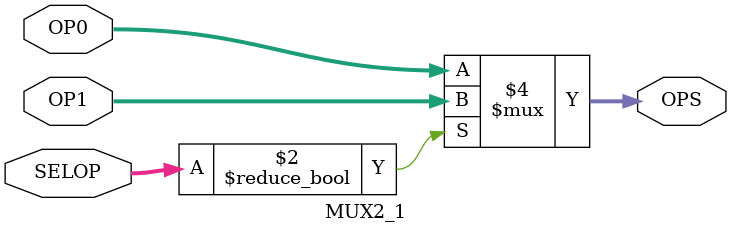
<source format=v>
module MUX2_1 (
    input[31:0] SELOP,
    input[31:0] OP0,
    input[31:0] OP1,
    output[31:0] OPS
);

always @(*) begin
  if(SELOP)
    OPS<=OP1;
  else
    OPS<=OP0;
end
    
endmodule
</source>
